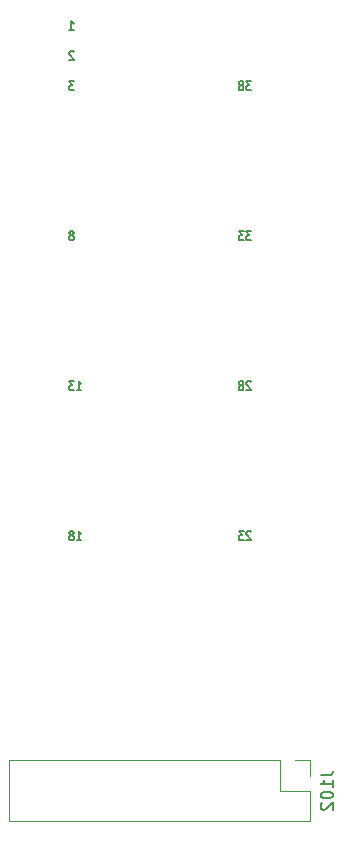
<source format=gbo>
G04 #@! TF.GenerationSoftware,KiCad,Pcbnew,6.0.2+dfsg-1*
G04 #@! TF.CreationDate,2023-02-11T22:05:12+01:00*
G04 #@! TF.ProjectId,pico_probe_pcb,7069636f-5f70-4726-9f62-655f7063622e,rev?*
G04 #@! TF.SameCoordinates,Original*
G04 #@! TF.FileFunction,Legend,Bot*
G04 #@! TF.FilePolarity,Positive*
%FSLAX46Y46*%
G04 Gerber Fmt 4.6, Leading zero omitted, Abs format (unit mm)*
G04 Created by KiCad (PCBNEW 6.0.2+dfsg-1) date 2023-02-11 22:05:12*
%MOMM*%
%LPD*%
G01*
G04 APERTURE LIST*
%ADD10C,0.150000*%
%ADD11C,0.120000*%
G04 APERTURE END LIST*
D10*
G04 #@! TO.C,A101*
X155656071Y-65005004D02*
X155259880Y-65005004D01*
X155473214Y-65309766D01*
X155381785Y-65309766D01*
X155320833Y-65347861D01*
X155290357Y-65385957D01*
X155259880Y-65462147D01*
X155259880Y-65652623D01*
X155290357Y-65728814D01*
X155320833Y-65766909D01*
X155381785Y-65805004D01*
X155564642Y-65805004D01*
X155625595Y-65766909D01*
X155656071Y-65728814D01*
X154894166Y-65347861D02*
X154955119Y-65309766D01*
X154985595Y-65271671D01*
X155016071Y-65195480D01*
X155016071Y-65157385D01*
X154985595Y-65081195D01*
X154955119Y-65043100D01*
X154894166Y-65005004D01*
X154772261Y-65005004D01*
X154711309Y-65043100D01*
X154680833Y-65081195D01*
X154650357Y-65157385D01*
X154650357Y-65195480D01*
X154680833Y-65271671D01*
X154711309Y-65309766D01*
X154772261Y-65347861D01*
X154894166Y-65347861D01*
X154955119Y-65385957D01*
X154985595Y-65424052D01*
X155016071Y-65500242D01*
X155016071Y-65652623D01*
X154985595Y-65728814D01*
X154955119Y-65766909D01*
X154894166Y-65805004D01*
X154772261Y-65805004D01*
X154711309Y-65766909D01*
X154680833Y-65728814D01*
X154650357Y-65652623D01*
X154650357Y-65500242D01*
X154680833Y-65424052D01*
X154711309Y-65385957D01*
X154772261Y-65347861D01*
X155625595Y-103181195D02*
X155595119Y-103143100D01*
X155534166Y-103105004D01*
X155381785Y-103105004D01*
X155320833Y-103143100D01*
X155290357Y-103181195D01*
X155259880Y-103257385D01*
X155259880Y-103333576D01*
X155290357Y-103447861D01*
X155656071Y-103905004D01*
X155259880Y-103905004D01*
X155046547Y-103105004D02*
X154650357Y-103105004D01*
X154863690Y-103409766D01*
X154772261Y-103409766D01*
X154711309Y-103447861D01*
X154680833Y-103485957D01*
X154650357Y-103562147D01*
X154650357Y-103752623D01*
X154680833Y-103828814D01*
X154711309Y-103866909D01*
X154772261Y-103905004D01*
X154955119Y-103905004D01*
X155016071Y-103866909D01*
X155046547Y-103828814D01*
X140284404Y-60725004D02*
X140650119Y-60725004D01*
X140467261Y-60725004D02*
X140467261Y-59925004D01*
X140528214Y-60039290D01*
X140589166Y-60115480D01*
X140650119Y-60153576D01*
X155625595Y-90481195D02*
X155595119Y-90443100D01*
X155534166Y-90405004D01*
X155381785Y-90405004D01*
X155320833Y-90443100D01*
X155290357Y-90481195D01*
X155259880Y-90557385D01*
X155259880Y-90633576D01*
X155290357Y-90747861D01*
X155656071Y-91205004D01*
X155259880Y-91205004D01*
X154894166Y-90747861D02*
X154955119Y-90709766D01*
X154985595Y-90671671D01*
X155016071Y-90595480D01*
X155016071Y-90557385D01*
X154985595Y-90481195D01*
X154955119Y-90443100D01*
X154894166Y-90405004D01*
X154772261Y-90405004D01*
X154711309Y-90443100D01*
X154680833Y-90481195D01*
X154650357Y-90557385D01*
X154650357Y-90595480D01*
X154680833Y-90671671D01*
X154711309Y-90709766D01*
X154772261Y-90747861D01*
X154894166Y-90747861D01*
X154955119Y-90785957D01*
X154985595Y-90824052D01*
X155016071Y-90900242D01*
X155016071Y-91052623D01*
X154985595Y-91128814D01*
X154955119Y-91166909D01*
X154894166Y-91205004D01*
X154772261Y-91205004D01*
X154711309Y-91166909D01*
X154680833Y-91128814D01*
X154650357Y-91052623D01*
X154650357Y-90900242D01*
X154680833Y-90824052D01*
X154711309Y-90785957D01*
X154772261Y-90747861D01*
X140893928Y-103905004D02*
X141259642Y-103905004D01*
X141076785Y-103905004D02*
X141076785Y-103105004D01*
X141137738Y-103219290D01*
X141198690Y-103295480D01*
X141259642Y-103333576D01*
X140528214Y-103447861D02*
X140589166Y-103409766D01*
X140619642Y-103371671D01*
X140650119Y-103295480D01*
X140650119Y-103257385D01*
X140619642Y-103181195D01*
X140589166Y-103143100D01*
X140528214Y-103105004D01*
X140406309Y-103105004D01*
X140345357Y-103143100D01*
X140314880Y-103181195D01*
X140284404Y-103257385D01*
X140284404Y-103295480D01*
X140314880Y-103371671D01*
X140345357Y-103409766D01*
X140406309Y-103447861D01*
X140528214Y-103447861D01*
X140589166Y-103485957D01*
X140619642Y-103524052D01*
X140650119Y-103600242D01*
X140650119Y-103752623D01*
X140619642Y-103828814D01*
X140589166Y-103866909D01*
X140528214Y-103905004D01*
X140406309Y-103905004D01*
X140345357Y-103866909D01*
X140314880Y-103828814D01*
X140284404Y-103752623D01*
X140284404Y-103600242D01*
X140314880Y-103524052D01*
X140345357Y-103485957D01*
X140406309Y-103447861D01*
X140893928Y-91205004D02*
X141259642Y-91205004D01*
X141076785Y-91205004D02*
X141076785Y-90405004D01*
X141137738Y-90519290D01*
X141198690Y-90595480D01*
X141259642Y-90633576D01*
X140680595Y-90405004D02*
X140284404Y-90405004D01*
X140497738Y-90709766D01*
X140406309Y-90709766D01*
X140345357Y-90747861D01*
X140314880Y-90785957D01*
X140284404Y-90862147D01*
X140284404Y-91052623D01*
X140314880Y-91128814D01*
X140345357Y-91166909D01*
X140406309Y-91205004D01*
X140589166Y-91205004D01*
X140650119Y-91166909D01*
X140680595Y-91128814D01*
X140680595Y-65005004D02*
X140284404Y-65005004D01*
X140497738Y-65309766D01*
X140406309Y-65309766D01*
X140345357Y-65347861D01*
X140314880Y-65385957D01*
X140284404Y-65462147D01*
X140284404Y-65652623D01*
X140314880Y-65728814D01*
X140345357Y-65766909D01*
X140406309Y-65805004D01*
X140589166Y-65805004D01*
X140650119Y-65766909D01*
X140680595Y-65728814D01*
X140650119Y-62541195D02*
X140619642Y-62503100D01*
X140558690Y-62465004D01*
X140406309Y-62465004D01*
X140345357Y-62503100D01*
X140314880Y-62541195D01*
X140284404Y-62617385D01*
X140284404Y-62693576D01*
X140314880Y-62807861D01*
X140680595Y-63265004D01*
X140284404Y-63265004D01*
X140528214Y-78047861D02*
X140589166Y-78009766D01*
X140619642Y-77971671D01*
X140650119Y-77895480D01*
X140650119Y-77857385D01*
X140619642Y-77781195D01*
X140589166Y-77743100D01*
X140528214Y-77705004D01*
X140406309Y-77705004D01*
X140345357Y-77743100D01*
X140314880Y-77781195D01*
X140284404Y-77857385D01*
X140284404Y-77895480D01*
X140314880Y-77971671D01*
X140345357Y-78009766D01*
X140406309Y-78047861D01*
X140528214Y-78047861D01*
X140589166Y-78085957D01*
X140619642Y-78124052D01*
X140650119Y-78200242D01*
X140650119Y-78352623D01*
X140619642Y-78428814D01*
X140589166Y-78466909D01*
X140528214Y-78505004D01*
X140406309Y-78505004D01*
X140345357Y-78466909D01*
X140314880Y-78428814D01*
X140284404Y-78352623D01*
X140284404Y-78200242D01*
X140314880Y-78124052D01*
X140345357Y-78085957D01*
X140406309Y-78047861D01*
X155656071Y-77705004D02*
X155259880Y-77705004D01*
X155473214Y-78009766D01*
X155381785Y-78009766D01*
X155320833Y-78047861D01*
X155290357Y-78085957D01*
X155259880Y-78162147D01*
X155259880Y-78352623D01*
X155290357Y-78428814D01*
X155320833Y-78466909D01*
X155381785Y-78505004D01*
X155564642Y-78505004D01*
X155625595Y-78466909D01*
X155656071Y-78428814D01*
X155046547Y-77705004D02*
X154650357Y-77705004D01*
X154863690Y-78009766D01*
X154772261Y-78009766D01*
X154711309Y-78047861D01*
X154680833Y-78085957D01*
X154650357Y-78162147D01*
X154650357Y-78352623D01*
X154680833Y-78428814D01*
X154711309Y-78466909D01*
X154772261Y-78505004D01*
X154955119Y-78505004D01*
X155016071Y-78466909D01*
X155046547Y-78428814D01*
G04 #@! TO.C,J102*
X161577380Y-123789285D02*
X162291666Y-123789285D01*
X162434523Y-123741666D01*
X162529761Y-123646428D01*
X162577380Y-123503571D01*
X162577380Y-123408333D01*
X162577380Y-124789285D02*
X162577380Y-124217857D01*
X162577380Y-124503571D02*
X161577380Y-124503571D01*
X161720238Y-124408333D01*
X161815476Y-124313095D01*
X161863095Y-124217857D01*
X161577380Y-125408333D02*
X161577380Y-125503571D01*
X161625000Y-125598809D01*
X161672619Y-125646428D01*
X161767857Y-125694047D01*
X161958333Y-125741666D01*
X162196428Y-125741666D01*
X162386904Y-125694047D01*
X162482142Y-125646428D01*
X162529761Y-125598809D01*
X162577380Y-125503571D01*
X162577380Y-125408333D01*
X162529761Y-125313095D01*
X162482142Y-125265476D01*
X162386904Y-125217857D01*
X162196428Y-125170238D01*
X161958333Y-125170238D01*
X161767857Y-125217857D01*
X161672619Y-125265476D01*
X161625000Y-125313095D01*
X161577380Y-125408333D01*
X161672619Y-126122619D02*
X161625000Y-126170238D01*
X161577380Y-126265476D01*
X161577380Y-126503571D01*
X161625000Y-126598809D01*
X161672619Y-126646428D01*
X161767857Y-126694047D01*
X161863095Y-126694047D01*
X162005952Y-126646428D01*
X162577380Y-126075000D01*
X162577380Y-126694047D01*
D11*
X158085000Y-122475000D02*
X135165000Y-122475000D01*
X158085000Y-125075000D02*
X158085000Y-122475000D01*
X160685000Y-122475000D02*
X159355000Y-122475000D01*
X160685000Y-127675000D02*
X135165000Y-127675000D01*
X135165000Y-127675000D02*
X135165000Y-122475000D01*
X160685000Y-127675000D02*
X160685000Y-125075000D01*
X160685000Y-125075000D02*
X158085000Y-125075000D01*
X160685000Y-123805000D02*
X160685000Y-122475000D01*
G04 #@! TD*
M02*

</source>
